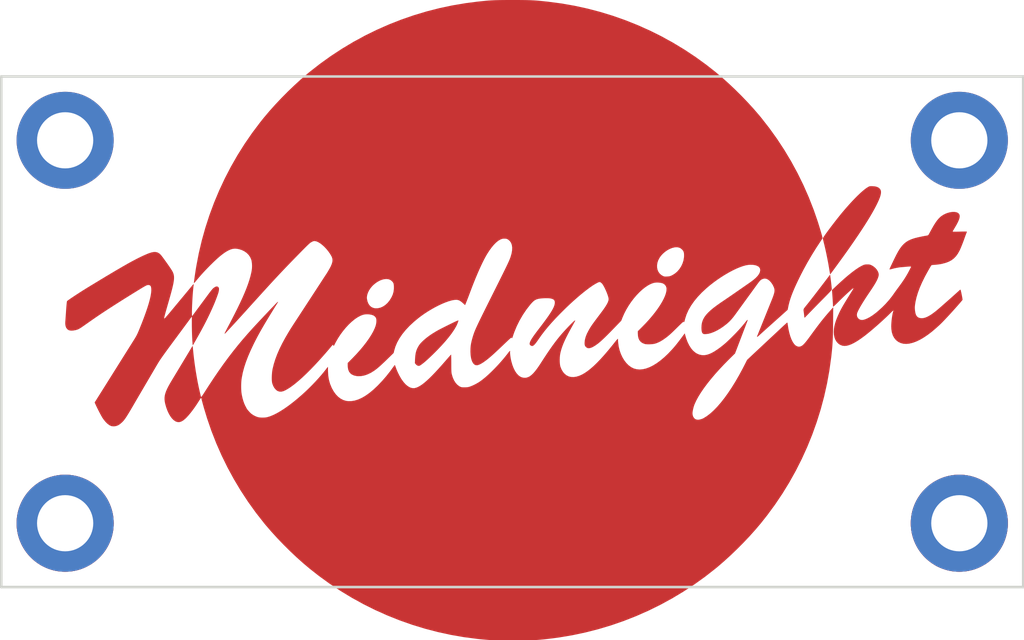
<source format=kicad_pcb>
(kicad_pcb (version 20211014) (generator pcbnew)
  (layers (0 "F.Cu" signal) (31 "B.Cu" signal) (34 "B.Paste" user) (35 "F.Paste" user) (36 "B.SilkS" user "B.Silkscreen") (37 "F.SilkS" user "F.Silkscreen") (38 "B.Mask" user) (39 "F.Mask" user) (44 "Edge.Cuts" user))
  (net 0 "")
  (footprint "MountingHole:MountingHole_2.2mm_M2_DIN965_Pad_TopBottom" (layer "F.Cu") (at 142.5 57.5)
    (fp_text reference "REF**" hide)
    (fp_text value "hole" hide)
  )
  (footprint "MountingHole:MountingHole_2.2mm_M2_DIN965_Pad_TopBottom" (layer "F.Cu") (at 107.5 72.5)
    (fp_text reference "REF**" hide)
    (fp_text value "hole" hide)
  )
  (footprint "MountingHole:MountingHole_2.2mm_M2_DIN965_Pad_TopBottom" (layer "F.Cu") (at 142.5 72.5)
    (fp_text reference "REF**" hide)
    (fp_text value "hole" hide)
  )
  (footprint "MountingHole:MountingHole_2.2mm_M2_DIN965_Pad_TopBottom" (layer "F.Cu") (at 107.5 57.5)
    (fp_text reference "REF**" hide)
    (fp_text value "hole" hide)
  )
  (footprint "KrAd:midnight" (layer "F.Cu") (at 125 65)
    (fp_text reference "G***" hide)
    (fp_text value "LOGO" hide)
  )
  (gr_line (start 105 75) (end 105 55) (layer "Edge.Cuts") (width 0.1))
  (gr_line (start 105 55) (end 145 55) (layer "Edge.Cuts") (width 0.1))
  (gr_line (start 145 55) (end 145 75) (layer "Edge.Cuts") (width 0.1))
  (gr_line (start 145 75) (end 105 75) (layer "Edge.Cuts") (width 0.1))
)
</source>
